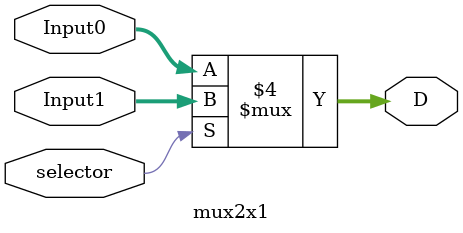
<source format=v>
`timescale 1ns / 1ps


module mux2x1(Input1, Input0, selector, D);
   
   input [4:0] Input1, Input0;
   input selector;
   output reg [4:0] D;

   always @(Input1, Input0, selector)
   begin
      if (!selector) begin
         D <= Input0;
      end
      else begin
         D <= Input1;
      end
   end
   
endmodule

</source>
